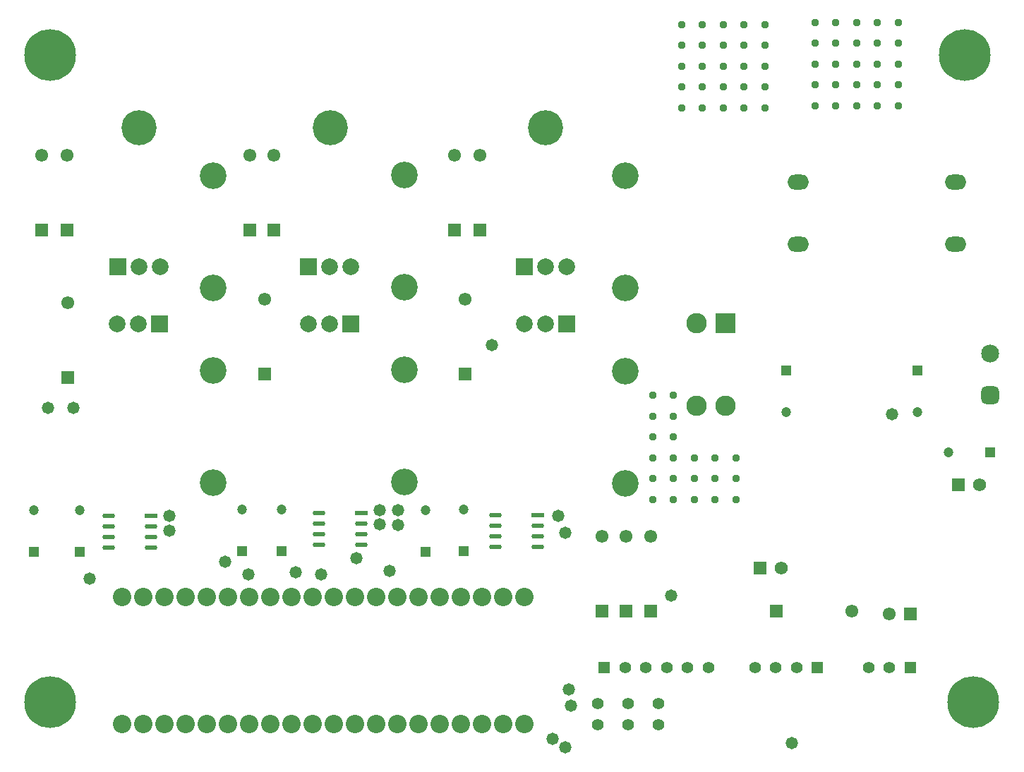
<source format=gbs>
G04*
G04 #@! TF.GenerationSoftware,Altium Limited,Altium Designer,24.8.2 (39)*
G04*
G04 Layer_Color=16711935*
%FSLAX44Y44*%
%MOMM*%
G71*
G04*
G04 #@! TF.SameCoordinates,2ADF9C04-DE7E-4385-BC50-A77D5B0DFB63*
G04*
G04*
G04 #@! TF.FilePolarity,Negative*
G04*
G01*
G75*
%ADD15C,3.2032*%
%ADD16O,2.2032X2.2032*%
%ADD17C,1.2000*%
%ADD18R,1.2000X1.2000*%
%ADD19R,1.5532X1.5532*%
%ADD20C,1.5532*%
%ADD21C,2.0000*%
%ADD22R,2.0000X2.0000*%
%ADD23C,2.4500*%
%ADD24R,2.4500X2.4500*%
%ADD25R,1.5532X1.5532*%
%ADD26C,1.5700*%
%ADD27R,1.5700X1.5700*%
%ADD28C,1.4000*%
%ADD29R,1.4000X1.4000*%
%ADD30C,1.4132*%
G04:AMPARAMS|DCode=31|XSize=2.1532mm|YSize=2.1532mm|CornerRadius=0.5891mm|HoleSize=0mm|Usage=FLASHONLY|Rotation=90.000|XOffset=0mm|YOffset=0mm|HoleType=Round|Shape=RoundedRectangle|*
%AMROUNDEDRECTD31*
21,1,2.1532,0.9750,0,0,90.0*
21,1,0.9750,2.1532,0,0,90.0*
1,1,1.1782,0.4875,0.4875*
1,1,1.1782,0.4875,-0.4875*
1,1,1.1782,-0.4875,-0.4875*
1,1,1.1782,-0.4875,0.4875*
%
%ADD31ROUNDEDRECTD31*%
%ADD32C,2.1532*%
%ADD33R,1.2000X1.2000*%
%ADD34O,2.6032X1.8032*%
%ADD35C,4.2032*%
%ADD36C,1.5500*%
%ADD37R,1.5500X1.5500*%
%ADD38C,6.2032*%
%ADD39C,1.4732*%
%ADD40C,0.9532*%
G04:AMPARAMS|DCode=58|XSize=1.4946mm|YSize=0.5449mm|CornerRadius=0.2725mm|HoleSize=0mm|Usage=FLASHONLY|Rotation=180.000|XOffset=0mm|YOffset=0mm|HoleType=Round|Shape=RoundedRectangle|*
%AMROUNDEDRECTD58*
21,1,1.4946,0.0000,0,0,180.0*
21,1,0.9497,0.5449,0,0,180.0*
1,1,0.5449,-0.4749,0.0000*
1,1,0.5449,0.4749,0.0000*
1,1,0.5449,0.4749,0.0000*
1,1,0.5449,-0.4749,0.0000*
%
%ADD58ROUNDEDRECTD58*%
%ADD59R,1.4946X0.5449*%
D15*
X472500Y874550D02*
D03*
Y1009450D02*
D03*
X737270Y773920D02*
D03*
Y639020D02*
D03*
X243250Y774950D02*
D03*
Y640050D02*
D03*
Y1008700D02*
D03*
Y873800D02*
D03*
X737270Y1008700D02*
D03*
Y873800D02*
D03*
X472500Y775920D02*
D03*
Y641020D02*
D03*
D16*
X209842Y502783D02*
D03*
X184442D02*
D03*
X133642D02*
D03*
X235242D02*
D03*
X159042D02*
D03*
X260642D02*
D03*
X514750Y350637D02*
D03*
X616350D02*
D03*
X540150D02*
D03*
X565550D02*
D03*
X590950D02*
D03*
X489350D02*
D03*
X463950D02*
D03*
X413150D02*
D03*
X387750D02*
D03*
X362350D02*
D03*
X438550D02*
D03*
X336950D02*
D03*
X286150D02*
D03*
X133750D02*
D03*
X159150D02*
D03*
X184550D02*
D03*
X209950D02*
D03*
X311550D02*
D03*
X235350D02*
D03*
X260750D02*
D03*
X514642Y502783D02*
D03*
X616496D02*
D03*
X540042D02*
D03*
X565442D02*
D03*
X590842D02*
D03*
X489242D02*
D03*
X362242D02*
D03*
X286042D02*
D03*
X311442D02*
D03*
X336842D02*
D03*
X387642D02*
D03*
X413042D02*
D03*
X438442D02*
D03*
X463842D02*
D03*
D17*
X1087500Y725000D02*
D03*
X930000Y725000D02*
D03*
X27500Y607500D02*
D03*
X325250Y608000D02*
D03*
X497500Y607500D02*
D03*
X277500Y608000D02*
D03*
X543500Y608250D02*
D03*
X82500Y607500D02*
D03*
X1124750Y677000D02*
D03*
D18*
X1087500Y775000D02*
D03*
X930000Y775000D02*
D03*
X27500Y557500D02*
D03*
X325250Y558000D02*
D03*
X497500Y557500D02*
D03*
X277500Y558000D02*
D03*
X543500Y558250D02*
D03*
X82500Y557500D02*
D03*
D19*
X304750Y770250D02*
D03*
X768250Y486250D02*
D03*
X738457D02*
D03*
X709207D02*
D03*
X563000Y943000D02*
D03*
X532500Y943250D02*
D03*
X315750Y943000D02*
D03*
X286707D02*
D03*
X68750Y766500D02*
D03*
X37000Y943000D02*
D03*
X67500D02*
D03*
X544750Y770250D02*
D03*
D20*
X304750Y860250D02*
D03*
X1008750Y485750D02*
D03*
X768250Y576250D02*
D03*
X738457D02*
D03*
X709207D02*
D03*
X563000Y1033000D02*
D03*
X532500Y1033250D02*
D03*
X315750Y1033000D02*
D03*
X286707D02*
D03*
X68750Y856500D02*
D03*
X37000Y1033000D02*
D03*
X67500D02*
D03*
X544750Y860250D02*
D03*
D21*
X382270Y831100D02*
D03*
X356870D02*
D03*
X382270Y899560D02*
D03*
X407670D02*
D03*
X641839D02*
D03*
X667239D02*
D03*
X641839Y831100D02*
D03*
X616439D02*
D03*
X179070Y899560D02*
D03*
X153670D02*
D03*
X127807Y831101D02*
D03*
X153207D02*
D03*
D22*
X407670Y831100D02*
D03*
X356870Y899560D02*
D03*
X616439D02*
D03*
X667239Y831100D02*
D03*
X128270Y899560D02*
D03*
X178607Y831101D02*
D03*
D23*
X823250Y732150D02*
D03*
Y831350D02*
D03*
X857250Y732150D02*
D03*
D24*
Y831350D02*
D03*
D25*
X918750Y485750D02*
D03*
D26*
X924500Y538000D02*
D03*
X1162700Y637500D02*
D03*
D27*
X899100Y538000D02*
D03*
X1137300Y637500D02*
D03*
D28*
X1029330Y418000D02*
D03*
X1054330D02*
D03*
X917792D02*
D03*
X892792D02*
D03*
X942792D02*
D03*
X737250Y418000D02*
D03*
X762250D02*
D03*
X787250D02*
D03*
X812250D02*
D03*
X837250D02*
D03*
D29*
X1079330Y418000D02*
D03*
X967792D02*
D03*
X712250Y418000D02*
D03*
D30*
X777000Y349815D02*
D03*
Y375215D02*
D03*
X704065Y349815D02*
D03*
Y375215D02*
D03*
X740407D02*
D03*
Y349815D02*
D03*
D31*
X1175000Y745000D02*
D03*
D32*
Y795000D02*
D03*
D33*
X1174750Y677000D02*
D03*
D34*
X944500Y1001192D02*
D03*
Y926193D02*
D03*
X1134000Y926000D02*
D03*
Y1001000D02*
D03*
D35*
X153670Y1066120D02*
D03*
X383540D02*
D03*
X641840D02*
D03*
D36*
X1054000Y482500D02*
D03*
D37*
X1079000D02*
D03*
D38*
X47500Y1153470D02*
D03*
Y376500D02*
D03*
X1155000D02*
D03*
X1144770Y1153470D02*
D03*
D39*
X257500Y545000D02*
D03*
X577500Y805000D02*
D03*
X665000Y322500D02*
D03*
X465000Y607500D02*
D03*
X442500D02*
D03*
Y590000D02*
D03*
X1057500Y722500D02*
D03*
X75000Y730000D02*
D03*
X285000Y529760D02*
D03*
X341930Y532260D02*
D03*
X455000Y534760D02*
D03*
X415000Y550000D02*
D03*
X665000Y580000D02*
D03*
X792500Y505000D02*
D03*
X95000Y525000D02*
D03*
X190000Y582500D02*
D03*
Y600000D02*
D03*
X372500Y530000D02*
D03*
X465000Y589760D02*
D03*
X657018Y600482D02*
D03*
X670000Y392500D02*
D03*
X672306Y372695D02*
D03*
X937500Y327500D02*
D03*
X650000Y332500D02*
D03*
X45000Y730000D02*
D03*
D40*
X990000Y1117500D02*
D03*
X1015000D02*
D03*
X1040000D02*
D03*
X1065000D02*
D03*
Y1092500D02*
D03*
X1040000D02*
D03*
X1015000D02*
D03*
X990000D02*
D03*
X965000Y1117500D02*
D03*
Y1092500D02*
D03*
Y1142500D02*
D03*
X990000D02*
D03*
Y1167500D02*
D03*
X965000D02*
D03*
X990000Y1192500D02*
D03*
X965000D02*
D03*
X1065000Y1142500D02*
D03*
X1040000D02*
D03*
X1015000D02*
D03*
Y1167500D02*
D03*
X1040000D02*
D03*
X1065000D02*
D03*
Y1192500D02*
D03*
X1040000D02*
D03*
X1015000D02*
D03*
X855000Y1190000D02*
D03*
X880000D02*
D03*
X905000D02*
D03*
Y1165000D02*
D03*
X880000D02*
D03*
X855000D02*
D03*
Y1140000D02*
D03*
X880000D02*
D03*
X905000D02*
D03*
X805000Y1190000D02*
D03*
X830000D02*
D03*
X805000Y1165000D02*
D03*
X830000D02*
D03*
Y1140000D02*
D03*
X805000D02*
D03*
Y1090000D02*
D03*
Y1115000D02*
D03*
X830000Y1090000D02*
D03*
X855000D02*
D03*
X880000D02*
D03*
X905000D02*
D03*
Y1115000D02*
D03*
X880000D02*
D03*
X855000D02*
D03*
X830000D02*
D03*
X795000Y670000D02*
D03*
X820000D02*
D03*
X845000D02*
D03*
X870000D02*
D03*
Y645000D02*
D03*
X845000D02*
D03*
X820000D02*
D03*
X795000D02*
D03*
Y620000D02*
D03*
X820000D02*
D03*
X845000D02*
D03*
X870000D02*
D03*
X770000Y670000D02*
D03*
Y645000D02*
D03*
Y620000D02*
D03*
Y695000D02*
D03*
X795000D02*
D03*
Y720000D02*
D03*
X770000D02*
D03*
X795000Y745000D02*
D03*
X770000D02*
D03*
D58*
X581942Y575900D02*
D03*
X632058Y588600D02*
D03*
Y575900D02*
D03*
Y563200D02*
D03*
X581942D02*
D03*
Y588600D02*
D03*
Y601300D02*
D03*
X370192Y578650D02*
D03*
Y604050D02*
D03*
Y591350D02*
D03*
Y565950D02*
D03*
X420308D02*
D03*
Y578650D02*
D03*
Y591350D02*
D03*
X168116Y587650D02*
D03*
Y574950D02*
D03*
Y562250D02*
D03*
X118000D02*
D03*
Y587650D02*
D03*
Y600350D02*
D03*
Y574950D02*
D03*
D59*
X632058Y601300D02*
D03*
X420308Y604050D02*
D03*
X168116Y600350D02*
D03*
M02*

</source>
